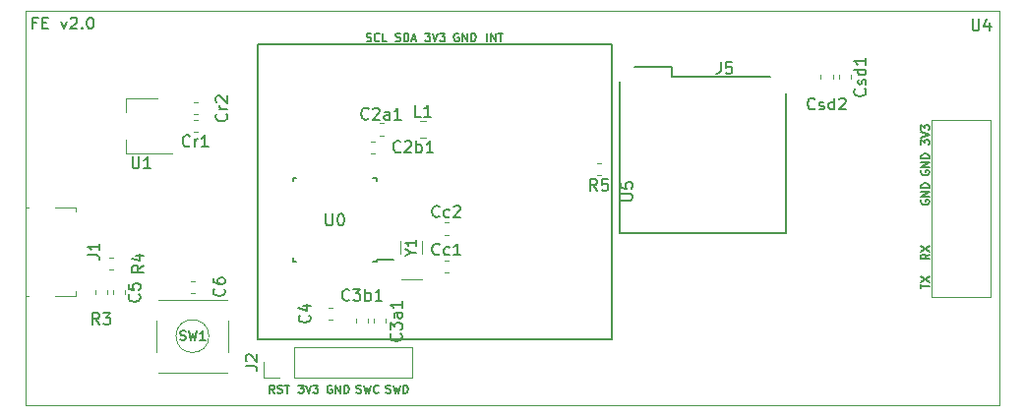
<source format=gto>
G04 #@! TF.GenerationSoftware,KiCad,Pcbnew,6.0.0-unknown-da645c5~86~ubuntu18.04.1*
G04 #@! TF.CreationDate,2019-07-12T17:15:13-04:00*
G04 #@! TF.ProjectId,Femtosat,46656d74-6f73-4617-942e-6b696361645f,rev?*
G04 #@! TF.SameCoordinates,Original*
G04 #@! TF.FileFunction,Legend,Top*
G04 #@! TF.FilePolarity,Positive*
%FSLAX46Y46*%
G04 Gerber Fmt 4.6, Leading zero omitted, Abs format (unit mm)*
G04 Created by KiCad (PCBNEW 6.0.0-unknown-da645c5~86~ubuntu18.04.1) date 2019-07-12 17:15:13*
%MOMM*%
%LPD*%
G04 APERTURE LIST*
%ADD10C,0.180000*%
%ADD11C,0.150000*%
%ADD12C,0.120000*%
G04 APERTURE END LIST*
D10*
X86888095Y-39378571D02*
X86554761Y-39378571D01*
X86554761Y-39902380D02*
X86554761Y-38902380D01*
X87030952Y-38902380D01*
X87411904Y-39378571D02*
X87745238Y-39378571D01*
X87888095Y-39902380D02*
X87411904Y-39902380D01*
X87411904Y-38902380D01*
X87888095Y-38902380D01*
X88983333Y-39235714D02*
X89221428Y-39902380D01*
X89459523Y-39235714D01*
X89792857Y-38997619D02*
X89840476Y-38950000D01*
X89935714Y-38902380D01*
X90173809Y-38902380D01*
X90269047Y-38950000D01*
X90316666Y-38997619D01*
X90364285Y-39092857D01*
X90364285Y-39188095D01*
X90316666Y-39330952D01*
X89745238Y-39902380D01*
X90364285Y-39902380D01*
X90792857Y-39807142D02*
X90840476Y-39854761D01*
X90792857Y-39902380D01*
X90745238Y-39854761D01*
X90792857Y-39807142D01*
X90792857Y-39902380D01*
X91459523Y-38902380D02*
X91554761Y-38902380D01*
X91650000Y-38950000D01*
X91697619Y-38997619D01*
X91745238Y-39092857D01*
X91792857Y-39283333D01*
X91792857Y-39521428D01*
X91745238Y-39711904D01*
X91697619Y-39807142D01*
X91650000Y-39854761D01*
X91554761Y-39902380D01*
X91459523Y-39902380D01*
X91364285Y-39854761D01*
X91316666Y-39807142D01*
X91269047Y-39711904D01*
X91221428Y-39521428D01*
X91221428Y-39283333D01*
X91269047Y-39092857D01*
X91316666Y-38997619D01*
X91364285Y-38950000D01*
X91459523Y-38902380D01*
D11*
X163016666Y-49896666D02*
X163016666Y-49463333D01*
X163283333Y-49696666D01*
X163283333Y-49596666D01*
X163316666Y-49530000D01*
X163350000Y-49496666D01*
X163416666Y-49463333D01*
X163583333Y-49463333D01*
X163650000Y-49496666D01*
X163683333Y-49530000D01*
X163716666Y-49596666D01*
X163716666Y-49796666D01*
X163683333Y-49863333D01*
X163650000Y-49896666D01*
X163016666Y-49263333D02*
X163716666Y-49030000D01*
X163016666Y-48796666D01*
X163016666Y-48630000D02*
X163016666Y-48196666D01*
X163283333Y-48430000D01*
X163283333Y-48330000D01*
X163316666Y-48263333D01*
X163350000Y-48230000D01*
X163416666Y-48196666D01*
X163583333Y-48196666D01*
X163650000Y-48230000D01*
X163683333Y-48263333D01*
X163716666Y-48330000D01*
X163716666Y-48530000D01*
X163683333Y-48596666D01*
X163650000Y-48630000D01*
X163050000Y-52103333D02*
X163016666Y-52170000D01*
X163016666Y-52270000D01*
X163050000Y-52370000D01*
X163116666Y-52436666D01*
X163183333Y-52470000D01*
X163316666Y-52503333D01*
X163416666Y-52503333D01*
X163550000Y-52470000D01*
X163616666Y-52436666D01*
X163683333Y-52370000D01*
X163716666Y-52270000D01*
X163716666Y-52203333D01*
X163683333Y-52103333D01*
X163650000Y-52070000D01*
X163416666Y-52070000D01*
X163416666Y-52203333D01*
X163716666Y-51770000D02*
X163016666Y-51770000D01*
X163716666Y-51370000D01*
X163016666Y-51370000D01*
X163716666Y-51036666D02*
X163016666Y-51036666D01*
X163016666Y-50870000D01*
X163050000Y-50770000D01*
X163116666Y-50703333D01*
X163183333Y-50670000D01*
X163316666Y-50636666D01*
X163416666Y-50636666D01*
X163550000Y-50670000D01*
X163616666Y-50703333D01*
X163683333Y-50770000D01*
X163716666Y-50870000D01*
X163716666Y-51036666D01*
X163050000Y-54643333D02*
X163016666Y-54710000D01*
X163016666Y-54810000D01*
X163050000Y-54910000D01*
X163116666Y-54976666D01*
X163183333Y-55010000D01*
X163316666Y-55043333D01*
X163416666Y-55043333D01*
X163550000Y-55010000D01*
X163616666Y-54976666D01*
X163683333Y-54910000D01*
X163716666Y-54810000D01*
X163716666Y-54743333D01*
X163683333Y-54643333D01*
X163650000Y-54610000D01*
X163416666Y-54610000D01*
X163416666Y-54743333D01*
X163716666Y-54310000D02*
X163016666Y-54310000D01*
X163716666Y-53910000D01*
X163016666Y-53910000D01*
X163716666Y-53576666D02*
X163016666Y-53576666D01*
X163016666Y-53410000D01*
X163050000Y-53310000D01*
X163116666Y-53243333D01*
X163183333Y-53210000D01*
X163316666Y-53176666D01*
X163416666Y-53176666D01*
X163550000Y-53210000D01*
X163616666Y-53243333D01*
X163683333Y-53310000D01*
X163716666Y-53410000D01*
X163716666Y-53576666D01*
X163716666Y-59306666D02*
X163383333Y-59540000D01*
X163716666Y-59706666D02*
X163016666Y-59706666D01*
X163016666Y-59440000D01*
X163050000Y-59373333D01*
X163083333Y-59340000D01*
X163150000Y-59306666D01*
X163250000Y-59306666D01*
X163316666Y-59340000D01*
X163350000Y-59373333D01*
X163383333Y-59440000D01*
X163383333Y-59706666D01*
X163016666Y-59073333D02*
X163716666Y-58606666D01*
X163016666Y-58606666D02*
X163716666Y-59073333D01*
X163016666Y-62263333D02*
X163016666Y-61863333D01*
X163716666Y-62063333D02*
X163016666Y-62063333D01*
X163016666Y-61696666D02*
X163716666Y-61230000D01*
X163016666Y-61230000D02*
X163716666Y-61696666D01*
X125646666Y-40966666D02*
X125646666Y-40266666D01*
X125980000Y-40966666D02*
X125980000Y-40266666D01*
X126380000Y-40966666D01*
X126380000Y-40266666D01*
X126613333Y-40266666D02*
X127013333Y-40266666D01*
X126813333Y-40966666D02*
X126813333Y-40266666D01*
X123206666Y-40300000D02*
X123140000Y-40266666D01*
X123040000Y-40266666D01*
X122940000Y-40300000D01*
X122873333Y-40366666D01*
X122840000Y-40433333D01*
X122806666Y-40566666D01*
X122806666Y-40666666D01*
X122840000Y-40800000D01*
X122873333Y-40866666D01*
X122940000Y-40933333D01*
X123040000Y-40966666D01*
X123106666Y-40966666D01*
X123206666Y-40933333D01*
X123240000Y-40900000D01*
X123240000Y-40666666D01*
X123106666Y-40666666D01*
X123540000Y-40966666D02*
X123540000Y-40266666D01*
X123940000Y-40966666D01*
X123940000Y-40266666D01*
X124273333Y-40966666D02*
X124273333Y-40266666D01*
X124440000Y-40266666D01*
X124540000Y-40300000D01*
X124606666Y-40366666D01*
X124640000Y-40433333D01*
X124673333Y-40566666D01*
X124673333Y-40666666D01*
X124640000Y-40800000D01*
X124606666Y-40866666D01*
X124540000Y-40933333D01*
X124440000Y-40966666D01*
X124273333Y-40966666D01*
X120333333Y-40266666D02*
X120766666Y-40266666D01*
X120533333Y-40533333D01*
X120633333Y-40533333D01*
X120700000Y-40566666D01*
X120733333Y-40600000D01*
X120766666Y-40666666D01*
X120766666Y-40833333D01*
X120733333Y-40900000D01*
X120700000Y-40933333D01*
X120633333Y-40966666D01*
X120433333Y-40966666D01*
X120366666Y-40933333D01*
X120333333Y-40900000D01*
X120966666Y-40266666D02*
X121200000Y-40966666D01*
X121433333Y-40266666D01*
X121600000Y-40266666D02*
X122033333Y-40266666D01*
X121800000Y-40533333D01*
X121900000Y-40533333D01*
X121966666Y-40566666D01*
X122000000Y-40600000D01*
X122033333Y-40666666D01*
X122033333Y-40833333D01*
X122000000Y-40900000D01*
X121966666Y-40933333D01*
X121900000Y-40966666D01*
X121700000Y-40966666D01*
X121633333Y-40933333D01*
X121600000Y-40900000D01*
X117810000Y-40933333D02*
X117910000Y-40966666D01*
X118076666Y-40966666D01*
X118143333Y-40933333D01*
X118176666Y-40900000D01*
X118210000Y-40833333D01*
X118210000Y-40766666D01*
X118176666Y-40700000D01*
X118143333Y-40666666D01*
X118076666Y-40633333D01*
X117943333Y-40600000D01*
X117876666Y-40566666D01*
X117843333Y-40533333D01*
X117810000Y-40466666D01*
X117810000Y-40400000D01*
X117843333Y-40333333D01*
X117876666Y-40300000D01*
X117943333Y-40266666D01*
X118110000Y-40266666D01*
X118210000Y-40300000D01*
X118510000Y-40966666D02*
X118510000Y-40266666D01*
X118676666Y-40266666D01*
X118776666Y-40300000D01*
X118843333Y-40366666D01*
X118876666Y-40433333D01*
X118910000Y-40566666D01*
X118910000Y-40666666D01*
X118876666Y-40800000D01*
X118843333Y-40866666D01*
X118776666Y-40933333D01*
X118676666Y-40966666D01*
X118510000Y-40966666D01*
X119176666Y-40766666D02*
X119510000Y-40766666D01*
X119110000Y-40966666D02*
X119343333Y-40266666D01*
X119576666Y-40966666D01*
X115286666Y-40933333D02*
X115386666Y-40966666D01*
X115553333Y-40966666D01*
X115620000Y-40933333D01*
X115653333Y-40900000D01*
X115686666Y-40833333D01*
X115686666Y-40766666D01*
X115653333Y-40700000D01*
X115620000Y-40666666D01*
X115553333Y-40633333D01*
X115420000Y-40600000D01*
X115353333Y-40566666D01*
X115320000Y-40533333D01*
X115286666Y-40466666D01*
X115286666Y-40400000D01*
X115320000Y-40333333D01*
X115353333Y-40300000D01*
X115420000Y-40266666D01*
X115586666Y-40266666D01*
X115686666Y-40300000D01*
X116386666Y-40900000D02*
X116353333Y-40933333D01*
X116253333Y-40966666D01*
X116186666Y-40966666D01*
X116086666Y-40933333D01*
X116020000Y-40866666D01*
X115986666Y-40800000D01*
X115953333Y-40666666D01*
X115953333Y-40566666D01*
X115986666Y-40433333D01*
X116020000Y-40366666D01*
X116086666Y-40300000D01*
X116186666Y-40266666D01*
X116253333Y-40266666D01*
X116353333Y-40300000D01*
X116386666Y-40333333D01*
X117020000Y-40966666D02*
X116686666Y-40966666D01*
X116686666Y-40266666D01*
X116960000Y-71233333D02*
X117060000Y-71266666D01*
X117226666Y-71266666D01*
X117293333Y-71233333D01*
X117326666Y-71200000D01*
X117360000Y-71133333D01*
X117360000Y-71066666D01*
X117326666Y-71000000D01*
X117293333Y-70966666D01*
X117226666Y-70933333D01*
X117093333Y-70900000D01*
X117026666Y-70866666D01*
X116993333Y-70833333D01*
X116960000Y-70766666D01*
X116960000Y-70700000D01*
X116993333Y-70633333D01*
X117026666Y-70600000D01*
X117093333Y-70566666D01*
X117260000Y-70566666D01*
X117360000Y-70600000D01*
X117593333Y-70566666D02*
X117760000Y-71266666D01*
X117893333Y-70766666D01*
X118026666Y-71266666D01*
X118193333Y-70566666D01*
X118460000Y-71266666D02*
X118460000Y-70566666D01*
X118626666Y-70566666D01*
X118726666Y-70600000D01*
X118793333Y-70666666D01*
X118826666Y-70733333D01*
X118860000Y-70866666D01*
X118860000Y-70966666D01*
X118826666Y-71100000D01*
X118793333Y-71166666D01*
X118726666Y-71233333D01*
X118626666Y-71266666D01*
X118460000Y-71266666D01*
X114420000Y-71233333D02*
X114520000Y-71266666D01*
X114686666Y-71266666D01*
X114753333Y-71233333D01*
X114786666Y-71200000D01*
X114820000Y-71133333D01*
X114820000Y-71066666D01*
X114786666Y-71000000D01*
X114753333Y-70966666D01*
X114686666Y-70933333D01*
X114553333Y-70900000D01*
X114486666Y-70866666D01*
X114453333Y-70833333D01*
X114420000Y-70766666D01*
X114420000Y-70700000D01*
X114453333Y-70633333D01*
X114486666Y-70600000D01*
X114553333Y-70566666D01*
X114720000Y-70566666D01*
X114820000Y-70600000D01*
X115053333Y-70566666D02*
X115220000Y-71266666D01*
X115353333Y-70766666D01*
X115486666Y-71266666D01*
X115653333Y-70566666D01*
X116320000Y-71200000D02*
X116286666Y-71233333D01*
X116186666Y-71266666D01*
X116120000Y-71266666D01*
X116020000Y-71233333D01*
X115953333Y-71166666D01*
X115920000Y-71100000D01*
X115886666Y-70966666D01*
X115886666Y-70866666D01*
X115920000Y-70733333D01*
X115953333Y-70666666D01*
X116020000Y-70600000D01*
X116120000Y-70566666D01*
X116186666Y-70566666D01*
X116286666Y-70600000D01*
X116320000Y-70633333D01*
X112296666Y-70600000D02*
X112230000Y-70566666D01*
X112130000Y-70566666D01*
X112030000Y-70600000D01*
X111963333Y-70666666D01*
X111930000Y-70733333D01*
X111896666Y-70866666D01*
X111896666Y-70966666D01*
X111930000Y-71100000D01*
X111963333Y-71166666D01*
X112030000Y-71233333D01*
X112130000Y-71266666D01*
X112196666Y-71266666D01*
X112296666Y-71233333D01*
X112330000Y-71200000D01*
X112330000Y-70966666D01*
X112196666Y-70966666D01*
X112630000Y-71266666D02*
X112630000Y-70566666D01*
X113030000Y-71266666D01*
X113030000Y-70566666D01*
X113363333Y-71266666D02*
X113363333Y-70566666D01*
X113530000Y-70566666D01*
X113630000Y-70600000D01*
X113696666Y-70666666D01*
X113730000Y-70733333D01*
X113763333Y-70866666D01*
X113763333Y-70966666D01*
X113730000Y-71100000D01*
X113696666Y-71166666D01*
X113630000Y-71233333D01*
X113530000Y-71266666D01*
X113363333Y-71266666D01*
X109423333Y-70566666D02*
X109856666Y-70566666D01*
X109623333Y-70833333D01*
X109723333Y-70833333D01*
X109790000Y-70866666D01*
X109823333Y-70900000D01*
X109856666Y-70966666D01*
X109856666Y-71133333D01*
X109823333Y-71200000D01*
X109790000Y-71233333D01*
X109723333Y-71266666D01*
X109523333Y-71266666D01*
X109456666Y-71233333D01*
X109423333Y-71200000D01*
X110056666Y-70566666D02*
X110290000Y-71266666D01*
X110523333Y-70566666D01*
X110690000Y-70566666D02*
X111123333Y-70566666D01*
X110890000Y-70833333D01*
X110990000Y-70833333D01*
X111056666Y-70866666D01*
X111090000Y-70900000D01*
X111123333Y-70966666D01*
X111123333Y-71133333D01*
X111090000Y-71200000D01*
X111056666Y-71233333D01*
X110990000Y-71266666D01*
X110790000Y-71266666D01*
X110723333Y-71233333D01*
X110690000Y-71200000D01*
X107366666Y-71266666D02*
X107133333Y-70933333D01*
X106966666Y-71266666D02*
X106966666Y-70566666D01*
X107233333Y-70566666D01*
X107300000Y-70600000D01*
X107333333Y-70633333D01*
X107366666Y-70700000D01*
X107366666Y-70800000D01*
X107333333Y-70866666D01*
X107300000Y-70900000D01*
X107233333Y-70933333D01*
X106966666Y-70933333D01*
X107633333Y-71233333D02*
X107733333Y-71266666D01*
X107900000Y-71266666D01*
X107966666Y-71233333D01*
X108000000Y-71200000D01*
X108033333Y-71133333D01*
X108033333Y-71066666D01*
X108000000Y-71000000D01*
X107966666Y-70966666D01*
X107900000Y-70933333D01*
X107766666Y-70900000D01*
X107700000Y-70866666D01*
X107666666Y-70833333D01*
X107633333Y-70766666D01*
X107633333Y-70700000D01*
X107666666Y-70633333D01*
X107700000Y-70600000D01*
X107766666Y-70566666D01*
X107933333Y-70566666D01*
X108033333Y-70600000D01*
X108233333Y-70566666D02*
X108633333Y-70566666D01*
X108433333Y-71266666D02*
X108433333Y-70566666D01*
D12*
X163875000Y-63000000D02*
X163875000Y-47760000D01*
X168955000Y-63000000D02*
X163875000Y-63000000D01*
X168955000Y-47760000D02*
X168955000Y-63000000D01*
X163875000Y-47760000D02*
X168955000Y-47760000D01*
X85895000Y-72315000D02*
X85895000Y-38315000D01*
X169715000Y-38315000D02*
X169715000Y-72315000D01*
X85895000Y-72315000D02*
X169715000Y-72315000D01*
X85895000Y-38315000D02*
X169715000Y-38315000D01*
X103420000Y-65010000D02*
X103420000Y-67690000D01*
X97180000Y-67690000D02*
X97180000Y-65010000D01*
X97330000Y-63230000D02*
X103270000Y-63230000D01*
X97330000Y-69470000D02*
X103270000Y-69470000D01*
X101714214Y-66350000D02*
G75*
G03X101714214Y-66350000I-1414214J0D01*
G01*
X90260000Y-62860000D02*
X90260000Y-62480000D01*
X86210000Y-62860000D02*
X85950000Y-62860000D01*
X90260000Y-62860000D02*
X88490000Y-62860000D01*
X90260000Y-55240000D02*
X90260000Y-55620000D01*
X88490000Y-55240000D02*
X90260000Y-55240000D01*
X85950000Y-55240000D02*
X86210000Y-55240000D01*
X116960000Y-64878733D02*
X116960000Y-65221267D01*
X115940000Y-64878733D02*
X115940000Y-65221267D01*
X94570000Y-50650000D02*
X94570000Y-49450000D01*
X98570000Y-50650000D02*
X94570000Y-50650000D01*
X94570000Y-45850000D02*
X97270000Y-45850000D01*
X94570000Y-47050000D02*
X94570000Y-45850000D01*
X135471267Y-51440000D02*
X135128733Y-51440000D01*
X135471267Y-52460000D02*
X135128733Y-52460000D01*
X93471267Y-59590000D02*
X93128733Y-59590000D01*
X93471267Y-60610000D02*
X93128733Y-60610000D01*
X92960000Y-62771267D02*
X92960000Y-62428733D01*
X91940000Y-62771267D02*
X91940000Y-62428733D01*
X94510000Y-62771267D02*
X94510000Y-62428733D01*
X93490000Y-62771267D02*
X93490000Y-62428733D01*
X118200000Y-59275000D02*
X118200000Y-58175000D01*
X120100000Y-59275000D02*
X120100000Y-58175000D01*
X118250000Y-61425000D02*
X120050000Y-61425000D01*
D11*
X136440000Y-41200000D02*
X105960000Y-41200000D01*
X105960000Y-41200000D02*
X105960000Y-66600000D01*
X105960000Y-66600000D02*
X136440000Y-66600000D01*
X136440000Y-41200000D02*
X136440000Y-66600000D01*
X116175000Y-59950000D02*
X116175000Y-59725000D01*
X108925000Y-59950000D02*
X108925000Y-59625000D01*
X108925000Y-52700000D02*
X108925000Y-53025000D01*
X116175000Y-52700000D02*
X116175000Y-53025000D01*
X116175000Y-59950000D02*
X115850000Y-59950000D01*
X116175000Y-52700000D02*
X115850000Y-52700000D01*
X108925000Y-52700000D02*
X109250000Y-52700000D01*
X108925000Y-59950000D02*
X109250000Y-59950000D01*
X116175000Y-59725000D02*
X117600000Y-59725000D01*
D12*
X119888748Y-47840000D02*
X120411252Y-47840000D01*
X119888748Y-49260000D02*
X120411252Y-49260000D01*
D11*
X141600000Y-44050000D02*
X150000000Y-44050000D01*
X141600000Y-43150000D02*
X141600000Y-44050000D01*
X138350000Y-43150000D02*
X141600000Y-43150000D01*
X151400000Y-45450000D02*
X151400000Y-57450000D01*
X151400000Y-57450000D02*
X137100000Y-57450000D01*
X137100000Y-57450000D02*
X137100000Y-44450000D01*
D12*
X119240000Y-69930000D02*
X119240000Y-67270000D01*
X109020000Y-69930000D02*
X119240000Y-69930000D01*
X109020000Y-67270000D02*
X119240000Y-67270000D01*
X109020000Y-69930000D02*
X109020000Y-67270000D01*
X107750000Y-69930000D02*
X106420000Y-69930000D01*
X106420000Y-69930000D02*
X106420000Y-68600000D01*
X154390000Y-44221267D02*
X154390000Y-43878733D01*
X155410000Y-44221267D02*
X155410000Y-43878733D01*
X155940000Y-44221267D02*
X155940000Y-43878733D01*
X156960000Y-44221267D02*
X156960000Y-43878733D01*
X100378733Y-46240000D02*
X100721267Y-46240000D01*
X100378733Y-47260000D02*
X100721267Y-47260000D01*
X100378733Y-47740000D02*
X100721267Y-47740000D01*
X100378733Y-48760000D02*
X100721267Y-48760000D01*
X121978733Y-56590000D02*
X122321267Y-56590000D01*
X121978733Y-57610000D02*
X122321267Y-57610000D01*
X121988733Y-59840000D02*
X122331267Y-59840000D01*
X121988733Y-60860000D02*
X122331267Y-60860000D01*
X115410000Y-64878733D02*
X115410000Y-65221267D01*
X114390000Y-64878733D02*
X114390000Y-65221267D01*
X116021267Y-50610000D02*
X115678733Y-50610000D01*
X116021267Y-49590000D02*
X115678733Y-49590000D01*
X116721267Y-49060000D02*
X116378733Y-49060000D01*
X116721267Y-48040000D02*
X116378733Y-48040000D01*
X100521267Y-62610000D02*
X100178733Y-62610000D01*
X100521267Y-61590000D02*
X100178733Y-61590000D01*
X112321267Y-64910000D02*
X111978733Y-64910000D01*
X112321267Y-63890000D02*
X111978733Y-63890000D01*
D11*
X167438095Y-39052380D02*
X167438095Y-39861904D01*
X167485714Y-39957142D01*
X167533333Y-40004761D01*
X167628571Y-40052380D01*
X167819047Y-40052380D01*
X167914285Y-40004761D01*
X167961904Y-39957142D01*
X168009523Y-39861904D01*
X168009523Y-39052380D01*
X168914285Y-39385714D02*
X168914285Y-40052380D01*
X168676190Y-39004761D02*
X168438095Y-39719047D01*
X169057142Y-39719047D01*
X99263333Y-66663809D02*
X99377619Y-66701904D01*
X99568095Y-66701904D01*
X99644285Y-66663809D01*
X99682380Y-66625714D01*
X99720476Y-66549523D01*
X99720476Y-66473333D01*
X99682380Y-66397142D01*
X99644285Y-66359047D01*
X99568095Y-66320952D01*
X99415714Y-66282857D01*
X99339523Y-66244761D01*
X99301428Y-66206666D01*
X99263333Y-66130476D01*
X99263333Y-66054285D01*
X99301428Y-65978095D01*
X99339523Y-65940000D01*
X99415714Y-65901904D01*
X99606190Y-65901904D01*
X99720476Y-65940000D01*
X99987142Y-65901904D02*
X100177619Y-66701904D01*
X100330000Y-66130476D01*
X100482380Y-66701904D01*
X100672857Y-65901904D01*
X101396666Y-66701904D02*
X100939523Y-66701904D01*
X101168095Y-66701904D02*
X101168095Y-65901904D01*
X101091904Y-66016190D01*
X101015714Y-66092380D01*
X100939523Y-66130476D01*
X91302380Y-59383333D02*
X92016666Y-59383333D01*
X92159523Y-59430952D01*
X92254761Y-59526190D01*
X92302380Y-59669047D01*
X92302380Y-59764285D01*
X92302380Y-58383333D02*
X92302380Y-58954761D01*
X92302380Y-58669047D02*
X91302380Y-58669047D01*
X91445238Y-58764285D01*
X91540476Y-58859523D01*
X91588095Y-58954761D01*
X118237142Y-66145238D02*
X118284761Y-66192857D01*
X118332380Y-66335714D01*
X118332380Y-66430952D01*
X118284761Y-66573809D01*
X118189523Y-66669047D01*
X118094285Y-66716666D01*
X117903809Y-66764285D01*
X117760952Y-66764285D01*
X117570476Y-66716666D01*
X117475238Y-66669047D01*
X117380000Y-66573809D01*
X117332380Y-66430952D01*
X117332380Y-66335714D01*
X117380000Y-66192857D01*
X117427619Y-66145238D01*
X117332380Y-65811904D02*
X117332380Y-65192857D01*
X117713333Y-65526190D01*
X117713333Y-65383333D01*
X117760952Y-65288095D01*
X117808571Y-65240476D01*
X117903809Y-65192857D01*
X118141904Y-65192857D01*
X118237142Y-65240476D01*
X118284761Y-65288095D01*
X118332380Y-65383333D01*
X118332380Y-65669047D01*
X118284761Y-65764285D01*
X118237142Y-65811904D01*
X118332380Y-64335714D02*
X117808571Y-64335714D01*
X117713333Y-64383333D01*
X117665714Y-64478571D01*
X117665714Y-64669047D01*
X117713333Y-64764285D01*
X118284761Y-64335714D02*
X118332380Y-64430952D01*
X118332380Y-64669047D01*
X118284761Y-64764285D01*
X118189523Y-64811904D01*
X118094285Y-64811904D01*
X117999047Y-64764285D01*
X117951428Y-64669047D01*
X117951428Y-64430952D01*
X117903809Y-64335714D01*
X118332380Y-63335714D02*
X118332380Y-63907142D01*
X118332380Y-63621428D02*
X117332380Y-63621428D01*
X117475238Y-63716666D01*
X117570476Y-63811904D01*
X117618095Y-63907142D01*
X95138095Y-50902380D02*
X95138095Y-51711904D01*
X95185714Y-51807142D01*
X95233333Y-51854761D01*
X95328571Y-51902380D01*
X95519047Y-51902380D01*
X95614285Y-51854761D01*
X95661904Y-51807142D01*
X95709523Y-51711904D01*
X95709523Y-50902380D01*
X96709523Y-51902380D02*
X96138095Y-51902380D01*
X96423809Y-51902380D02*
X96423809Y-50902380D01*
X96328571Y-51045238D01*
X96233333Y-51140476D01*
X96138095Y-51188095D01*
X135133333Y-53832380D02*
X134800000Y-53356190D01*
X134561904Y-53832380D02*
X134561904Y-52832380D01*
X134942857Y-52832380D01*
X135038095Y-52880000D01*
X135085714Y-52927619D01*
X135133333Y-53022857D01*
X135133333Y-53165714D01*
X135085714Y-53260952D01*
X135038095Y-53308571D01*
X134942857Y-53356190D01*
X134561904Y-53356190D01*
X136038095Y-52832380D02*
X135561904Y-52832380D01*
X135514285Y-53308571D01*
X135561904Y-53260952D01*
X135657142Y-53213333D01*
X135895238Y-53213333D01*
X135990476Y-53260952D01*
X136038095Y-53308571D01*
X136085714Y-53403809D01*
X136085714Y-53641904D01*
X136038095Y-53737142D01*
X135990476Y-53784761D01*
X135895238Y-53832380D01*
X135657142Y-53832380D01*
X135561904Y-53784761D01*
X135514285Y-53737142D01*
X96102380Y-60266666D02*
X95626190Y-60600000D01*
X96102380Y-60838095D02*
X95102380Y-60838095D01*
X95102380Y-60457142D01*
X95150000Y-60361904D01*
X95197619Y-60314285D01*
X95292857Y-60266666D01*
X95435714Y-60266666D01*
X95530952Y-60314285D01*
X95578571Y-60361904D01*
X95626190Y-60457142D01*
X95626190Y-60838095D01*
X95435714Y-59409523D02*
X96102380Y-59409523D01*
X95054761Y-59647619D02*
X95769047Y-59885714D01*
X95769047Y-59266666D01*
X92283333Y-65352380D02*
X91950000Y-64876190D01*
X91711904Y-65352380D02*
X91711904Y-64352380D01*
X92092857Y-64352380D01*
X92188095Y-64400000D01*
X92235714Y-64447619D01*
X92283333Y-64542857D01*
X92283333Y-64685714D01*
X92235714Y-64780952D01*
X92188095Y-64828571D01*
X92092857Y-64876190D01*
X91711904Y-64876190D01*
X92616666Y-64352380D02*
X93235714Y-64352380D01*
X92902380Y-64733333D01*
X93045238Y-64733333D01*
X93140476Y-64780952D01*
X93188095Y-64828571D01*
X93235714Y-64923809D01*
X93235714Y-65161904D01*
X93188095Y-65257142D01*
X93140476Y-65304761D01*
X93045238Y-65352380D01*
X92759523Y-65352380D01*
X92664285Y-65304761D01*
X92616666Y-65257142D01*
X95707142Y-62766666D02*
X95754761Y-62814285D01*
X95802380Y-62957142D01*
X95802380Y-63052380D01*
X95754761Y-63195238D01*
X95659523Y-63290476D01*
X95564285Y-63338095D01*
X95373809Y-63385714D01*
X95230952Y-63385714D01*
X95040476Y-63338095D01*
X94945238Y-63290476D01*
X94850000Y-63195238D01*
X94802380Y-63052380D01*
X94802380Y-62957142D01*
X94850000Y-62814285D01*
X94897619Y-62766666D01*
X94802380Y-61861904D02*
X94802380Y-62338095D01*
X95278571Y-62385714D01*
X95230952Y-62338095D01*
X95183333Y-62242857D01*
X95183333Y-62004761D01*
X95230952Y-61909523D01*
X95278571Y-61861904D01*
X95373809Y-61814285D01*
X95611904Y-61814285D01*
X95707142Y-61861904D01*
X95754761Y-61909523D01*
X95802380Y-62004761D01*
X95802380Y-62242857D01*
X95754761Y-62338095D01*
X95707142Y-62385714D01*
X119128571Y-59153571D02*
X119557142Y-59153571D01*
X118657142Y-59453571D02*
X119128571Y-59153571D01*
X118657142Y-58853571D01*
X119557142Y-58082142D02*
X119557142Y-58596428D01*
X119557142Y-58339285D02*
X118657142Y-58339285D01*
X118785714Y-58425000D01*
X118871428Y-58510714D01*
X118914285Y-58596428D01*
X137162380Y-54661904D02*
X137971904Y-54661904D01*
X138067142Y-54614285D01*
X138114761Y-54566666D01*
X138162380Y-54471428D01*
X138162380Y-54280952D01*
X138114761Y-54185714D01*
X138067142Y-54138095D01*
X137971904Y-54090476D01*
X137162380Y-54090476D01*
X137162380Y-53138095D02*
X137162380Y-53614285D01*
X137638571Y-53661904D01*
X137590952Y-53614285D01*
X137543333Y-53519047D01*
X137543333Y-53280952D01*
X137590952Y-53185714D01*
X137638571Y-53138095D01*
X137733809Y-53090476D01*
X137971904Y-53090476D01*
X138067142Y-53138095D01*
X138114761Y-53185714D01*
X138162380Y-53280952D01*
X138162380Y-53519047D01*
X138114761Y-53614285D01*
X138067142Y-53661904D01*
X111788095Y-55827380D02*
X111788095Y-56636904D01*
X111835714Y-56732142D01*
X111883333Y-56779761D01*
X111978571Y-56827380D01*
X112169047Y-56827380D01*
X112264285Y-56779761D01*
X112311904Y-56732142D01*
X112359523Y-56636904D01*
X112359523Y-55827380D01*
X113026190Y-55827380D02*
X113121428Y-55827380D01*
X113216666Y-55875000D01*
X113264285Y-55922619D01*
X113311904Y-56017857D01*
X113359523Y-56208333D01*
X113359523Y-56446428D01*
X113311904Y-56636904D01*
X113264285Y-56732142D01*
X113216666Y-56779761D01*
X113121428Y-56827380D01*
X113026190Y-56827380D01*
X112930952Y-56779761D01*
X112883333Y-56732142D01*
X112835714Y-56636904D01*
X112788095Y-56446428D01*
X112788095Y-56208333D01*
X112835714Y-56017857D01*
X112883333Y-55922619D01*
X112930952Y-55875000D01*
X113026190Y-55827380D01*
X119983333Y-47452380D02*
X119507142Y-47452380D01*
X119507142Y-46452380D01*
X120840476Y-47452380D02*
X120269047Y-47452380D01*
X120554761Y-47452380D02*
X120554761Y-46452380D01*
X120459523Y-46595238D01*
X120364285Y-46690476D01*
X120269047Y-46738095D01*
X145764126Y-42763340D02*
X145764126Y-43477626D01*
X145716507Y-43620483D01*
X145621269Y-43715721D01*
X145478412Y-43763340D01*
X145383174Y-43763340D01*
X146716507Y-42763340D02*
X146240317Y-42763340D01*
X146192698Y-43239531D01*
X146240317Y-43191912D01*
X146335555Y-43144293D01*
X146573650Y-43144293D01*
X146668888Y-43191912D01*
X146716507Y-43239531D01*
X146764126Y-43334769D01*
X146764126Y-43572864D01*
X146716507Y-43668102D01*
X146668888Y-43715721D01*
X146573650Y-43763340D01*
X146335555Y-43763340D01*
X146240317Y-43715721D01*
X146192698Y-43668102D01*
X104872380Y-68933333D02*
X105586666Y-68933333D01*
X105729523Y-68980952D01*
X105824761Y-69076190D01*
X105872380Y-69219047D01*
X105872380Y-69314285D01*
X104967619Y-68504761D02*
X104920000Y-68457142D01*
X104872380Y-68361904D01*
X104872380Y-68123809D01*
X104920000Y-68028571D01*
X104967619Y-67980952D01*
X105062857Y-67933333D01*
X105158095Y-67933333D01*
X105300952Y-67980952D01*
X105872380Y-68552380D01*
X105872380Y-67933333D01*
X153876190Y-46757142D02*
X153828571Y-46804761D01*
X153685714Y-46852380D01*
X153590476Y-46852380D01*
X153447619Y-46804761D01*
X153352380Y-46709523D01*
X153304761Y-46614285D01*
X153257142Y-46423809D01*
X153257142Y-46280952D01*
X153304761Y-46090476D01*
X153352380Y-45995238D01*
X153447619Y-45900000D01*
X153590476Y-45852380D01*
X153685714Y-45852380D01*
X153828571Y-45900000D01*
X153876190Y-45947619D01*
X154257142Y-46804761D02*
X154352380Y-46852380D01*
X154542857Y-46852380D01*
X154638095Y-46804761D01*
X154685714Y-46709523D01*
X154685714Y-46661904D01*
X154638095Y-46566666D01*
X154542857Y-46519047D01*
X154400000Y-46519047D01*
X154304761Y-46471428D01*
X154257142Y-46376190D01*
X154257142Y-46328571D01*
X154304761Y-46233333D01*
X154400000Y-46185714D01*
X154542857Y-46185714D01*
X154638095Y-46233333D01*
X155542857Y-46852380D02*
X155542857Y-45852380D01*
X155542857Y-46804761D02*
X155447619Y-46852380D01*
X155257142Y-46852380D01*
X155161904Y-46804761D01*
X155114285Y-46757142D01*
X155066666Y-46661904D01*
X155066666Y-46376190D01*
X155114285Y-46280952D01*
X155161904Y-46233333D01*
X155257142Y-46185714D01*
X155447619Y-46185714D01*
X155542857Y-46233333D01*
X155971428Y-45947619D02*
X156019047Y-45900000D01*
X156114285Y-45852380D01*
X156352380Y-45852380D01*
X156447619Y-45900000D01*
X156495238Y-45947619D01*
X156542857Y-46042857D01*
X156542857Y-46138095D01*
X156495238Y-46280952D01*
X155923809Y-46852380D01*
X156542857Y-46852380D01*
X158157142Y-45073809D02*
X158204761Y-45121428D01*
X158252380Y-45264285D01*
X158252380Y-45359523D01*
X158204761Y-45502380D01*
X158109523Y-45597619D01*
X158014285Y-45645238D01*
X157823809Y-45692857D01*
X157680952Y-45692857D01*
X157490476Y-45645238D01*
X157395238Y-45597619D01*
X157300000Y-45502380D01*
X157252380Y-45359523D01*
X157252380Y-45264285D01*
X157300000Y-45121428D01*
X157347619Y-45073809D01*
X158204761Y-44692857D02*
X158252380Y-44597619D01*
X158252380Y-44407142D01*
X158204761Y-44311904D01*
X158109523Y-44264285D01*
X158061904Y-44264285D01*
X157966666Y-44311904D01*
X157919047Y-44407142D01*
X157919047Y-44550000D01*
X157871428Y-44645238D01*
X157776190Y-44692857D01*
X157728571Y-44692857D01*
X157633333Y-44645238D01*
X157585714Y-44550000D01*
X157585714Y-44407142D01*
X157633333Y-44311904D01*
X158252380Y-43407142D02*
X157252380Y-43407142D01*
X158204761Y-43407142D02*
X158252380Y-43502380D01*
X158252380Y-43692857D01*
X158204761Y-43788095D01*
X158157142Y-43835714D01*
X158061904Y-43883333D01*
X157776190Y-43883333D01*
X157680952Y-43835714D01*
X157633333Y-43788095D01*
X157585714Y-43692857D01*
X157585714Y-43502380D01*
X157633333Y-43407142D01*
X158252380Y-42407142D02*
X158252380Y-42978571D01*
X158252380Y-42692857D02*
X157252380Y-42692857D01*
X157395238Y-42788095D01*
X157490476Y-42883333D01*
X157538095Y-42978571D01*
X103207142Y-47226190D02*
X103254761Y-47273809D01*
X103302380Y-47416666D01*
X103302380Y-47511904D01*
X103254761Y-47654761D01*
X103159523Y-47750000D01*
X103064285Y-47797619D01*
X102873809Y-47845238D01*
X102730952Y-47845238D01*
X102540476Y-47797619D01*
X102445238Y-47750000D01*
X102350000Y-47654761D01*
X102302380Y-47511904D01*
X102302380Y-47416666D01*
X102350000Y-47273809D01*
X102397619Y-47226190D01*
X103302380Y-46797619D02*
X102635714Y-46797619D01*
X102826190Y-46797619D02*
X102730952Y-46750000D01*
X102683333Y-46702380D01*
X102635714Y-46607142D01*
X102635714Y-46511904D01*
X102397619Y-46226190D02*
X102350000Y-46178571D01*
X102302380Y-46083333D01*
X102302380Y-45845238D01*
X102350000Y-45750000D01*
X102397619Y-45702380D01*
X102492857Y-45654761D01*
X102588095Y-45654761D01*
X102730952Y-45702380D01*
X103302380Y-46273809D01*
X103302380Y-45654761D01*
X100073809Y-49957142D02*
X100026190Y-50004761D01*
X99883333Y-50052380D01*
X99788095Y-50052380D01*
X99645238Y-50004761D01*
X99550000Y-49909523D01*
X99502380Y-49814285D01*
X99454761Y-49623809D01*
X99454761Y-49480952D01*
X99502380Y-49290476D01*
X99550000Y-49195238D01*
X99645238Y-49100000D01*
X99788095Y-49052380D01*
X99883333Y-49052380D01*
X100026190Y-49100000D01*
X100073809Y-49147619D01*
X100502380Y-50052380D02*
X100502380Y-49385714D01*
X100502380Y-49576190D02*
X100550000Y-49480952D01*
X100597619Y-49433333D01*
X100692857Y-49385714D01*
X100788095Y-49385714D01*
X101645238Y-50052380D02*
X101073809Y-50052380D01*
X101359523Y-50052380D02*
X101359523Y-49052380D01*
X101264285Y-49195238D01*
X101169047Y-49290476D01*
X101073809Y-49338095D01*
X121554761Y-56027142D02*
X121507142Y-56074761D01*
X121364285Y-56122380D01*
X121269047Y-56122380D01*
X121126190Y-56074761D01*
X121030952Y-55979523D01*
X120983333Y-55884285D01*
X120935714Y-55693809D01*
X120935714Y-55550952D01*
X120983333Y-55360476D01*
X121030952Y-55265238D01*
X121126190Y-55170000D01*
X121269047Y-55122380D01*
X121364285Y-55122380D01*
X121507142Y-55170000D01*
X121554761Y-55217619D01*
X122411904Y-56074761D02*
X122316666Y-56122380D01*
X122126190Y-56122380D01*
X122030952Y-56074761D01*
X121983333Y-56027142D01*
X121935714Y-55931904D01*
X121935714Y-55646190D01*
X121983333Y-55550952D01*
X122030952Y-55503333D01*
X122126190Y-55455714D01*
X122316666Y-55455714D01*
X122411904Y-55503333D01*
X122792857Y-55217619D02*
X122840476Y-55170000D01*
X122935714Y-55122380D01*
X123173809Y-55122380D01*
X123269047Y-55170000D01*
X123316666Y-55217619D01*
X123364285Y-55312857D01*
X123364285Y-55408095D01*
X123316666Y-55550952D01*
X122745238Y-56122380D01*
X123364285Y-56122380D01*
X121564761Y-59277142D02*
X121517142Y-59324761D01*
X121374285Y-59372380D01*
X121279047Y-59372380D01*
X121136190Y-59324761D01*
X121040952Y-59229523D01*
X120993333Y-59134285D01*
X120945714Y-58943809D01*
X120945714Y-58800952D01*
X120993333Y-58610476D01*
X121040952Y-58515238D01*
X121136190Y-58420000D01*
X121279047Y-58372380D01*
X121374285Y-58372380D01*
X121517142Y-58420000D01*
X121564761Y-58467619D01*
X122421904Y-59324761D02*
X122326666Y-59372380D01*
X122136190Y-59372380D01*
X122040952Y-59324761D01*
X121993333Y-59277142D01*
X121945714Y-59181904D01*
X121945714Y-58896190D01*
X121993333Y-58800952D01*
X122040952Y-58753333D01*
X122136190Y-58705714D01*
X122326666Y-58705714D01*
X122421904Y-58753333D01*
X123374285Y-59372380D02*
X122802857Y-59372380D01*
X123088571Y-59372380D02*
X123088571Y-58372380D01*
X122993333Y-58515238D01*
X122898095Y-58610476D01*
X122802857Y-58658095D01*
X113804761Y-63207142D02*
X113757142Y-63254761D01*
X113614285Y-63302380D01*
X113519047Y-63302380D01*
X113376190Y-63254761D01*
X113280952Y-63159523D01*
X113233333Y-63064285D01*
X113185714Y-62873809D01*
X113185714Y-62730952D01*
X113233333Y-62540476D01*
X113280952Y-62445238D01*
X113376190Y-62350000D01*
X113519047Y-62302380D01*
X113614285Y-62302380D01*
X113757142Y-62350000D01*
X113804761Y-62397619D01*
X114138095Y-62302380D02*
X114757142Y-62302380D01*
X114423809Y-62683333D01*
X114566666Y-62683333D01*
X114661904Y-62730952D01*
X114709523Y-62778571D01*
X114757142Y-62873809D01*
X114757142Y-63111904D01*
X114709523Y-63207142D01*
X114661904Y-63254761D01*
X114566666Y-63302380D01*
X114280952Y-63302380D01*
X114185714Y-63254761D01*
X114138095Y-63207142D01*
X115185714Y-63302380D02*
X115185714Y-62302380D01*
X115185714Y-62683333D02*
X115280952Y-62635714D01*
X115471428Y-62635714D01*
X115566666Y-62683333D01*
X115614285Y-62730952D01*
X115661904Y-62826190D01*
X115661904Y-63111904D01*
X115614285Y-63207142D01*
X115566666Y-63254761D01*
X115471428Y-63302380D01*
X115280952Y-63302380D01*
X115185714Y-63254761D01*
X116614285Y-63302380D02*
X116042857Y-63302380D01*
X116328571Y-63302380D02*
X116328571Y-62302380D01*
X116233333Y-62445238D01*
X116138095Y-62540476D01*
X116042857Y-62588095D01*
X118204761Y-50457142D02*
X118157142Y-50504761D01*
X118014285Y-50552380D01*
X117919047Y-50552380D01*
X117776190Y-50504761D01*
X117680952Y-50409523D01*
X117633333Y-50314285D01*
X117585714Y-50123809D01*
X117585714Y-49980952D01*
X117633333Y-49790476D01*
X117680952Y-49695238D01*
X117776190Y-49600000D01*
X117919047Y-49552380D01*
X118014285Y-49552380D01*
X118157142Y-49600000D01*
X118204761Y-49647619D01*
X118585714Y-49647619D02*
X118633333Y-49600000D01*
X118728571Y-49552380D01*
X118966666Y-49552380D01*
X119061904Y-49600000D01*
X119109523Y-49647619D01*
X119157142Y-49742857D01*
X119157142Y-49838095D01*
X119109523Y-49980952D01*
X118538095Y-50552380D01*
X119157142Y-50552380D01*
X119585714Y-50552380D02*
X119585714Y-49552380D01*
X119585714Y-49933333D02*
X119680952Y-49885714D01*
X119871428Y-49885714D01*
X119966666Y-49933333D01*
X120014285Y-49980952D01*
X120061904Y-50076190D01*
X120061904Y-50361904D01*
X120014285Y-50457142D01*
X119966666Y-50504761D01*
X119871428Y-50552380D01*
X119680952Y-50552380D01*
X119585714Y-50504761D01*
X121014285Y-50552380D02*
X120442857Y-50552380D01*
X120728571Y-50552380D02*
X120728571Y-49552380D01*
X120633333Y-49695238D01*
X120538095Y-49790476D01*
X120442857Y-49838095D01*
X115454761Y-47607142D02*
X115407142Y-47654761D01*
X115264285Y-47702380D01*
X115169047Y-47702380D01*
X115026190Y-47654761D01*
X114930952Y-47559523D01*
X114883333Y-47464285D01*
X114835714Y-47273809D01*
X114835714Y-47130952D01*
X114883333Y-46940476D01*
X114930952Y-46845238D01*
X115026190Y-46750000D01*
X115169047Y-46702380D01*
X115264285Y-46702380D01*
X115407142Y-46750000D01*
X115454761Y-46797619D01*
X115835714Y-46797619D02*
X115883333Y-46750000D01*
X115978571Y-46702380D01*
X116216666Y-46702380D01*
X116311904Y-46750000D01*
X116359523Y-46797619D01*
X116407142Y-46892857D01*
X116407142Y-46988095D01*
X116359523Y-47130952D01*
X115788095Y-47702380D01*
X116407142Y-47702380D01*
X117264285Y-47702380D02*
X117264285Y-47178571D01*
X117216666Y-47083333D01*
X117121428Y-47035714D01*
X116930952Y-47035714D01*
X116835714Y-47083333D01*
X117264285Y-47654761D02*
X117169047Y-47702380D01*
X116930952Y-47702380D01*
X116835714Y-47654761D01*
X116788095Y-47559523D01*
X116788095Y-47464285D01*
X116835714Y-47369047D01*
X116930952Y-47321428D01*
X117169047Y-47321428D01*
X117264285Y-47273809D01*
X118264285Y-47702380D02*
X117692857Y-47702380D01*
X117978571Y-47702380D02*
X117978571Y-46702380D01*
X117883333Y-46845238D01*
X117788095Y-46940476D01*
X117692857Y-46988095D01*
X103007142Y-62266666D02*
X103054761Y-62314285D01*
X103102380Y-62457142D01*
X103102380Y-62552380D01*
X103054761Y-62695238D01*
X102959523Y-62790476D01*
X102864285Y-62838095D01*
X102673809Y-62885714D01*
X102530952Y-62885714D01*
X102340476Y-62838095D01*
X102245238Y-62790476D01*
X102150000Y-62695238D01*
X102102380Y-62552380D01*
X102102380Y-62457142D01*
X102150000Y-62314285D01*
X102197619Y-62266666D01*
X102102380Y-61409523D02*
X102102380Y-61600000D01*
X102150000Y-61695238D01*
X102197619Y-61742857D01*
X102340476Y-61838095D01*
X102530952Y-61885714D01*
X102911904Y-61885714D01*
X103007142Y-61838095D01*
X103054761Y-61790476D01*
X103102380Y-61695238D01*
X103102380Y-61504761D01*
X103054761Y-61409523D01*
X103007142Y-61361904D01*
X102911904Y-61314285D01*
X102673809Y-61314285D01*
X102578571Y-61361904D01*
X102530952Y-61409523D01*
X102483333Y-61504761D01*
X102483333Y-61695238D01*
X102530952Y-61790476D01*
X102578571Y-61838095D01*
X102673809Y-61885714D01*
X110357142Y-64566666D02*
X110404761Y-64614285D01*
X110452380Y-64757142D01*
X110452380Y-64852380D01*
X110404761Y-64995238D01*
X110309523Y-65090476D01*
X110214285Y-65138095D01*
X110023809Y-65185714D01*
X109880952Y-65185714D01*
X109690476Y-65138095D01*
X109595238Y-65090476D01*
X109500000Y-64995238D01*
X109452380Y-64852380D01*
X109452380Y-64757142D01*
X109500000Y-64614285D01*
X109547619Y-64566666D01*
X109785714Y-63709523D02*
X110452380Y-63709523D01*
X109404761Y-63947619D02*
X110119047Y-64185714D01*
X110119047Y-63566666D01*
M02*

</source>
